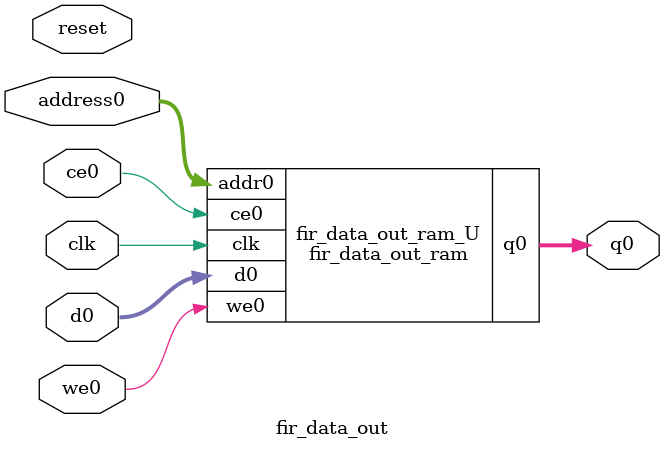
<source format=v>
`timescale 1 ns / 1 ps
module fir_data_out_ram (addr0, ce0, d0, we0, q0,  clk);

parameter DWIDTH = 16;
parameter AWIDTH = 24;
parameter MEM_SIZE = 8388708;

input[AWIDTH-1:0] addr0;
input ce0;
input[DWIDTH-1:0] d0;
input we0;
output wire[DWIDTH-1:0] q0;
input clk;

(* ram_style = "block" *)reg [DWIDTH-1:0] ram[0:MEM_SIZE-1];
wire [AWIDTH-1:0] addr0_t0; 
reg [AWIDTH-1:0] addr0_t1; 
wire [DWIDTH-1:0] d0_t0; 
wire we0_t0; 
reg [DWIDTH-1:0] d0_t1; 
reg we0_t1; 
reg [DWIDTH-1:0] q0_t0;
reg [DWIDTH-1:0] q0_t1;


assign addr0_t0 = addr0;
assign d0_t0 = d0;
assign we0_t0 = we0;
assign q0 = q0_t1;

always @(posedge clk)  
begin
    if (ce0) 
    begin
        addr0_t1 <= addr0_t0; 
        d0_t1 <= d0_t0;
        we0_t1 <= we0_t0;
        q0_t1 <= q0_t0;
    end
end


always @(posedge clk)  
begin 
    if (ce0) 
    begin
        if (we0_t1) 
        begin 
            ram[addr0_t1] <= d0_t1; 
        end 
        q0_t0 <= ram[addr0_t1];
    end
end


endmodule

`timescale 1 ns / 1 ps
module fir_data_out(
    reset,
    clk,
    address0,
    ce0,
    we0,
    d0,
    q0);

parameter DataWidth = 32'd16;
parameter AddressRange = 32'd8388708;
parameter AddressWidth = 32'd24;
input reset;
input clk;
input[AddressWidth - 1:0] address0;
input ce0;
input we0;
input[DataWidth - 1:0] d0;
output[DataWidth - 1:0] q0;



fir_data_out_ram fir_data_out_ram_U(
    .clk( clk ),
    .addr0( address0 ),
    .ce0( ce0 ),
    .we0( we0 ),
    .d0( d0 ),
    .q0( q0 ));

endmodule


</source>
